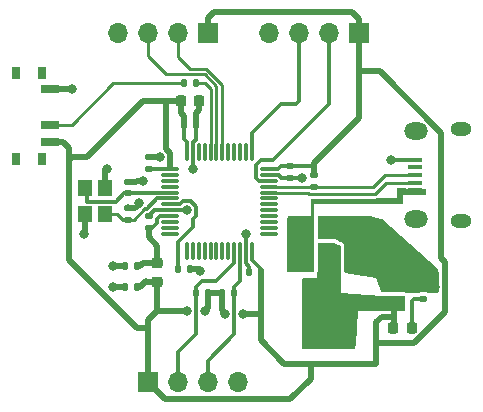
<source format=gbr>
%TF.GenerationSoftware,KiCad,Pcbnew,8.0.3*%
%TF.CreationDate,2024-06-13T12:42:30-05:00*%
%TF.ProjectId,STM32BluePill,53544d33-3242-46c7-9565-50696c6c2e6b,rev?*%
%TF.SameCoordinates,Original*%
%TF.FileFunction,Copper,L1,Top*%
%TF.FilePolarity,Positive*%
%FSLAX46Y46*%
G04 Gerber Fmt 4.6, Leading zero omitted, Abs format (unit mm)*
G04 Created by KiCad (PCBNEW 8.0.3) date 2024-06-13 12:42:30*
%MOMM*%
%LPD*%
G01*
G04 APERTURE LIST*
G04 Aperture macros list*
%AMRoundRect*
0 Rectangle with rounded corners*
0 $1 Rounding radius*
0 $2 $3 $4 $5 $6 $7 $8 $9 X,Y pos of 4 corners*
0 Add a 4 corners polygon primitive as box body*
4,1,4,$2,$3,$4,$5,$6,$7,$8,$9,$2,$3,0*
0 Add four circle primitives for the rounded corners*
1,1,$1+$1,$2,$3*
1,1,$1+$1,$4,$5*
1,1,$1+$1,$6,$7*
1,1,$1+$1,$8,$9*
0 Add four rect primitives between the rounded corners*
20,1,$1+$1,$2,$3,$4,$5,0*
20,1,$1+$1,$4,$5,$6,$7,0*
20,1,$1+$1,$6,$7,$8,$9,0*
20,1,$1+$1,$8,$9,$2,$3,0*%
G04 Aperture macros list end*
%TA.AperFunction,SMDPad,CuDef*%
%ADD10RoundRect,0.135000X-0.135000X-0.185000X0.135000X-0.185000X0.135000X0.185000X-0.135000X0.185000X0*%
%TD*%
%TA.AperFunction,SMDPad,CuDef*%
%ADD11RoundRect,0.135000X-0.185000X0.135000X-0.185000X-0.135000X0.185000X-0.135000X0.185000X0.135000X0*%
%TD*%
%TA.AperFunction,SMDPad,CuDef*%
%ADD12RoundRect,0.225000X-0.225000X-0.250000X0.225000X-0.250000X0.225000X0.250000X-0.225000X0.250000X0*%
%TD*%
%TA.AperFunction,SMDPad,CuDef*%
%ADD13RoundRect,0.250000X-0.250000X-0.475000X0.250000X-0.475000X0.250000X0.475000X-0.250000X0.475000X0*%
%TD*%
%TA.AperFunction,ComponentPad*%
%ADD14R,1.700000X1.700000*%
%TD*%
%TA.AperFunction,ComponentPad*%
%ADD15O,1.700000X1.700000*%
%TD*%
%TA.AperFunction,SMDPad,CuDef*%
%ADD16RoundRect,0.140000X0.140000X0.170000X-0.140000X0.170000X-0.140000X-0.170000X0.140000X-0.170000X0*%
%TD*%
%TA.AperFunction,SMDPad,CuDef*%
%ADD17RoundRect,0.140000X-0.140000X-0.170000X0.140000X-0.170000X0.140000X0.170000X-0.140000X0.170000X0*%
%TD*%
%TA.AperFunction,SMDPad,CuDef*%
%ADD18RoundRect,0.140000X0.170000X-0.140000X0.170000X0.140000X-0.170000X0.140000X-0.170000X-0.140000X0*%
%TD*%
%TA.AperFunction,SMDPad,CuDef*%
%ADD19RoundRect,0.075000X-0.662500X-0.075000X0.662500X-0.075000X0.662500X0.075000X-0.662500X0.075000X0*%
%TD*%
%TA.AperFunction,SMDPad,CuDef*%
%ADD20RoundRect,0.075000X-0.075000X-0.662500X0.075000X-0.662500X0.075000X0.662500X-0.075000X0.662500X0*%
%TD*%
%TA.AperFunction,SMDPad,CuDef*%
%ADD21RoundRect,0.135000X0.185000X-0.135000X0.185000X0.135000X-0.185000X0.135000X-0.185000X-0.135000X0*%
%TD*%
%TA.AperFunction,SMDPad,CuDef*%
%ADD22RoundRect,0.218750X0.218750X0.256250X-0.218750X0.256250X-0.218750X-0.256250X0.218750X-0.256250X0*%
%TD*%
%TA.AperFunction,SMDPad,CuDef*%
%ADD23RoundRect,0.140000X-0.170000X0.140000X-0.170000X-0.140000X0.170000X-0.140000X0.170000X0.140000X0*%
%TD*%
%TA.AperFunction,SMDPad,CuDef*%
%ADD24R,1.300000X0.450000*%
%TD*%
%TA.AperFunction,ComponentPad*%
%ADD25O,1.800000X1.150000*%
%TD*%
%TA.AperFunction,ComponentPad*%
%ADD26O,2.000000X1.450000*%
%TD*%
%TA.AperFunction,SMDPad,CuDef*%
%ADD27RoundRect,0.250000X0.475000X-0.250000X0.475000X0.250000X-0.475000X0.250000X-0.475000X-0.250000X0*%
%TD*%
%TA.AperFunction,SMDPad,CuDef*%
%ADD28R,1.200000X1.400000*%
%TD*%
%TA.AperFunction,SMDPad,CuDef*%
%ADD29RoundRect,0.218750X-0.256250X0.218750X-0.256250X-0.218750X0.256250X-0.218750X0.256250X0.218750X0*%
%TD*%
%TA.AperFunction,SMDPad,CuDef*%
%ADD30RoundRect,0.135000X0.135000X0.185000X-0.135000X0.185000X-0.135000X-0.185000X0.135000X-0.185000X0*%
%TD*%
%TA.AperFunction,SMDPad,CuDef*%
%ADD31R,0.800000X1.000000*%
%TD*%
%TA.AperFunction,SMDPad,CuDef*%
%ADD32R,1.500000X0.700000*%
%TD*%
%TA.AperFunction,SMDPad,CuDef*%
%ADD33RoundRect,0.375000X-0.375000X0.625000X-0.375000X-0.625000X0.375000X-0.625000X0.375000X0.625000X0*%
%TD*%
%TA.AperFunction,SMDPad,CuDef*%
%ADD34RoundRect,0.500000X-1.400000X0.500000X-1.400000X-0.500000X1.400000X-0.500000X1.400000X0.500000X0*%
%TD*%
%TA.AperFunction,ViaPad*%
%ADD35C,0.800000*%
%TD*%
%TA.AperFunction,Conductor*%
%ADD36C,0.500000*%
%TD*%
%TA.AperFunction,Conductor*%
%ADD37C,0.300000*%
%TD*%
%TA.AperFunction,Conductor*%
%ADD38C,0.250000*%
%TD*%
G04 APERTURE END LIST*
D10*
%TO.P,R2,1*%
%TO.N,+3.3V*%
X75490000Y-65250000D03*
%TO.P,R2,2*%
%TO.N,/I2C2_SDA*%
X76510000Y-65250000D03*
%TD*%
D11*
%TO.P,R5,1*%
%TO.N,+3.3V*%
X83250000Y-55240000D03*
%TO.P,R5,2*%
%TO.N,/USB_DP*%
X83250000Y-56260000D03*
%TD*%
D12*
%TO.P,C5,1*%
%TO.N,+3.3V*%
X71975000Y-49000000D03*
%TO.P,C5,2*%
%TO.N,GND*%
X73525000Y-49000000D03*
%TD*%
D13*
%TO.P,C1,1*%
%TO.N,VBUS*%
X82300000Y-59750000D03*
%TO.P,C1,2*%
%TO.N,GND*%
X84200000Y-59750000D03*
%TD*%
D14*
%TO.P,J3,1,Pin_1*%
%TO.N,+3.3V*%
X87050000Y-43250000D03*
D15*
%TO.P,J3,2,Pin_2*%
%TO.N,/SWDIO*%
X84510000Y-43250000D03*
%TO.P,J3,3,Pin_3*%
%TO.N,/SWCLK*%
X81970000Y-43250000D03*
%TO.P,J3,4,Pin_4*%
%TO.N,GND*%
X79430000Y-43250000D03*
%TD*%
D16*
%TO.P,C8,1*%
%TO.N,+3.3V*%
X78730000Y-63500000D03*
%TO.P,C8,2*%
%TO.N,GND*%
X77770000Y-63500000D03*
%TD*%
D17*
%TO.P,C10,1*%
%TO.N,+3.3V*%
X72270000Y-51000000D03*
%TO.P,C10,2*%
%TO.N,GND*%
X73230000Y-51000000D03*
%TD*%
D18*
%TO.P,C4,1*%
%TO.N,/HSE_IN*%
X67500000Y-56810000D03*
%TO.P,C4,2*%
%TO.N,GND*%
X67500000Y-55850000D03*
%TD*%
D14*
%TO.P,J1,1,Pin_1*%
%TO.N,+3.3V*%
X69170000Y-72750000D03*
D15*
%TO.P,J1,2,Pin_2*%
%TO.N,/I2C2_SCL*%
X71710000Y-72750000D03*
%TO.P,J1,3,Pin_3*%
%TO.N,/I2C2_SDA*%
X74250000Y-72750000D03*
%TO.P,J1,4,Pin_4*%
%TO.N,GND*%
X76790000Y-72750000D03*
%TD*%
D19*
%TO.P,U2,1,VBAT*%
%TO.N,+3.3V*%
X71087500Y-54750000D03*
%TO.P,U2,2,PC13*%
%TO.N,unconnected-(U2-PC13-Pad2)*%
X71087500Y-55250000D03*
%TO.P,U2,3,PC14*%
%TO.N,unconnected-(U2-PC14-Pad3)*%
X71087500Y-55750000D03*
%TO.P,U2,4,PC15*%
%TO.N,unconnected-(U2-PC15-Pad4)*%
X71087500Y-56250000D03*
%TO.P,U2,5,PD0*%
%TO.N,/HSE_IN*%
X71087500Y-56750000D03*
%TO.P,U2,6,PD1*%
%TO.N,/HSE_OUT*%
X71087500Y-57250000D03*
%TO.P,U2,7,NRST*%
%TO.N,/NRST*%
X71087500Y-57750000D03*
%TO.P,U2,8,VSSA*%
%TO.N,GND*%
X71087500Y-58250000D03*
%TO.P,U2,9,VDDA*%
%TO.N,+3.3VA*%
X71087500Y-58750000D03*
%TO.P,U2,10,PA0*%
%TO.N,unconnected-(U2-PA0-Pad10)*%
X71087500Y-59250000D03*
%TO.P,U2,11,PA1*%
%TO.N,unconnected-(U2-PA1-Pad11)*%
X71087500Y-59750000D03*
%TO.P,U2,12,PA2*%
%TO.N,unconnected-(U2-PA2-Pad12)*%
X71087500Y-60250000D03*
D20*
%TO.P,U2,13,PA3*%
%TO.N,unconnected-(U2-PA3-Pad13)*%
X72500000Y-61662500D03*
%TO.P,U2,14,PA4*%
%TO.N,unconnected-(U2-PA4-Pad14)*%
X73000000Y-61662500D03*
%TO.P,U2,15,PA5*%
%TO.N,unconnected-(U2-PA5-Pad15)*%
X73500000Y-61662500D03*
%TO.P,U2,16,PA6*%
%TO.N,unconnected-(U2-PA6-Pad16)*%
X74000000Y-61662500D03*
%TO.P,U2,17,PA7*%
%TO.N,unconnected-(U2-PA7-Pad17)*%
X74500000Y-61662500D03*
%TO.P,U2,18,PB0*%
%TO.N,unconnected-(U2-PB0-Pad18)*%
X75000000Y-61662500D03*
%TO.P,U2,19,PB1*%
%TO.N,unconnected-(U2-PB1-Pad19)*%
X75500000Y-61662500D03*
%TO.P,U2,20,PB2*%
%TO.N,unconnected-(U2-PB2-Pad20)*%
X76000000Y-61662500D03*
%TO.P,U2,21,PB10*%
%TO.N,/I2C2_SCL*%
X76500000Y-61662500D03*
%TO.P,U2,22,PB11*%
%TO.N,/I2C2_SDA*%
X77000000Y-61662500D03*
%TO.P,U2,23,VSS*%
%TO.N,GND*%
X77500000Y-61662500D03*
%TO.P,U2,24,VDD*%
%TO.N,+3.3V*%
X78000000Y-61662500D03*
D19*
%TO.P,U2,25,PB12*%
%TO.N,unconnected-(U2-PB12-Pad25)*%
X79412500Y-60250000D03*
%TO.P,U2,26,PB13*%
%TO.N,unconnected-(U2-PB13-Pad26)*%
X79412500Y-59750000D03*
%TO.P,U2,27,PB14*%
%TO.N,unconnected-(U2-PB14-Pad27)*%
X79412500Y-59250000D03*
%TO.P,U2,28,PB15*%
%TO.N,unconnected-(U2-PB15-Pad28)*%
X79412500Y-58750000D03*
%TO.P,U2,29,PA8*%
%TO.N,unconnected-(U2-PA8-Pad29)*%
X79412500Y-58250000D03*
%TO.P,U2,30,PA9*%
%TO.N,unconnected-(U2-PA9-Pad30)*%
X79412500Y-57750000D03*
%TO.P,U2,31,PA10*%
%TO.N,unconnected-(U2-PA10-Pad31)*%
X79412500Y-57250000D03*
%TO.P,U2,32,PA11*%
%TO.N,/USB_DM*%
X79412500Y-56750000D03*
%TO.P,U2,33,PA12*%
%TO.N,/USB_DP*%
X79412500Y-56250000D03*
%TO.P,U2,34,PA13*%
%TO.N,/SWDIO*%
X79412500Y-55750000D03*
%TO.P,U2,35,VSS*%
%TO.N,GND*%
X79412500Y-55250000D03*
%TO.P,U2,36,VDD*%
%TO.N,+3.3V*%
X79412500Y-54750000D03*
D20*
%TO.P,U2,37,PA14*%
%TO.N,/SWCLK*%
X78000000Y-53337500D03*
%TO.P,U2,38,PA15*%
%TO.N,unconnected-(U2-PA15-Pad38)*%
X77500000Y-53337500D03*
%TO.P,U2,39,PB3*%
%TO.N,unconnected-(U2-PB3-Pad39)*%
X77000000Y-53337500D03*
%TO.P,U2,40,PB4*%
%TO.N,unconnected-(U2-PB4-Pad40)*%
X76500000Y-53337500D03*
%TO.P,U2,41,PB5*%
%TO.N,unconnected-(U2-PB5-Pad41)*%
X76000000Y-53337500D03*
%TO.P,U2,42,PB6*%
%TO.N,/USART1_TX*%
X75500000Y-53337500D03*
%TO.P,U2,43,PB7*%
%TO.N,/USART1_RX*%
X75000000Y-53337500D03*
%TO.P,U2,44,BOOT0*%
%TO.N,/BOOT0*%
X74500000Y-53337500D03*
%TO.P,U2,45,PB8*%
%TO.N,unconnected-(U2-PB8-Pad45)*%
X74000000Y-53337500D03*
%TO.P,U2,46,PB9*%
%TO.N,unconnected-(U2-PB9-Pad46)*%
X73500000Y-53337500D03*
%TO.P,U2,47,VSS*%
%TO.N,GND*%
X73000000Y-53337500D03*
%TO.P,U2,48,VDD*%
%TO.N,+3.3V*%
X72500000Y-53337500D03*
%TD*%
D21*
%TO.P,R1,1*%
%TO.N,/PWR_LED_K*%
X92500000Y-65770000D03*
%TO.P,R1,2*%
%TO.N,GND*%
X92500000Y-64750000D03*
%TD*%
D22*
%TO.P,D1,1,K*%
%TO.N,/PWR_LED_K*%
X91537500Y-68250000D03*
%TO.P,D1,2,A*%
%TO.N,+3.3V*%
X89962500Y-68250000D03*
%TD*%
D14*
%TO.P,J2,1,Pin_1*%
%TO.N,+3.3V*%
X74290000Y-43250000D03*
D15*
%TO.P,J2,2,Pin_2*%
%TO.N,/USART1_TX*%
X71750000Y-43250000D03*
%TO.P,J2,3,Pin_3*%
%TO.N,/USART1_RX*%
X69210000Y-43250000D03*
%TO.P,J2,4,Pin_4*%
%TO.N,GND*%
X66670000Y-43250000D03*
%TD*%
D23*
%TO.P,C7,1*%
%TO.N,+3.3V*%
X81250000Y-54520000D03*
%TO.P,C7,2*%
%TO.N,GND*%
X81250000Y-55480000D03*
%TD*%
D18*
%TO.P,C9,1*%
%TO.N,+3.3V*%
X69250000Y-54730000D03*
%TO.P,C9,2*%
%TO.N,GND*%
X69250000Y-53770000D03*
%TD*%
D17*
%TO.P,C3,1*%
%TO.N,/NRST*%
X71770000Y-63250000D03*
%TO.P,C3,2*%
%TO.N,GND*%
X72730000Y-63250000D03*
%TD*%
D24*
%TO.P,J4,1,VBUS*%
%TO.N,VBUS*%
X91845000Y-56555000D03*
%TO.P,J4,2,D-*%
%TO.N,/USB_DM*%
X91845000Y-55905000D03*
%TO.P,J4,3,D+*%
%TO.N,/USB_DP*%
X91845000Y-55255000D03*
%TO.P,J4,4,ID*%
%TO.N,unconnected-(J4-ID-Pad4)*%
X91845000Y-54605000D03*
%TO.P,J4,5,GND*%
%TO.N,GND*%
X91845000Y-53955000D03*
D25*
%TO.P,J4,6,Shield*%
%TO.N,unconnected-(J4-Shield-Pad6)_1*%
X95695000Y-59130000D03*
D26*
%TO.N,unconnected-(J4-Shield-Pad6)*%
X91895000Y-58980000D03*
%TO.N,unconnected-(J4-Shield-Pad6)_0*%
X91895000Y-51530000D03*
D25*
%TO.N,unconnected-(J4-Shield-Pad6)_2*%
X95695000Y-51380000D03*
%TD*%
D27*
%TO.P,C2,1*%
%TO.N,+3.3V*%
X90000000Y-66000000D03*
%TO.P,C2,2*%
%TO.N,GND*%
X90000000Y-64100000D03*
%TD*%
D28*
%TO.P,Y1,1,1*%
%TO.N,/HSE_IN*%
X63900000Y-56400000D03*
%TO.P,Y1,2,2*%
%TO.N,GND*%
X63900000Y-58600000D03*
%TO.P,Y1,3,3*%
%TO.N,/HSE_OUT*%
X65600000Y-58600000D03*
%TO.P,Y1,4,4*%
%TO.N,GND*%
X65600000Y-56400000D03*
%TD*%
D29*
%TO.P,FB1,1*%
%TO.N,+3.3VA*%
X70000000Y-62712500D03*
%TO.P,FB1,2*%
%TO.N,+3.3V*%
X70000000Y-64287500D03*
%TD*%
D18*
%TO.P,C6,1*%
%TO.N,/HSE_OUT*%
X67500000Y-59060000D03*
%TO.P,C6,2*%
%TO.N,GND*%
X67500000Y-58100000D03*
%TD*%
D16*
%TO.P,C12,1*%
%TO.N,+3.3VA*%
X68230000Y-63000000D03*
%TO.P,C12,2*%
%TO.N,GND*%
X67270000Y-63000000D03*
%TD*%
D18*
%TO.P,C11,1*%
%TO.N,+3.3VA*%
X69250000Y-59730000D03*
%TO.P,C11,2*%
%TO.N,GND*%
X69250000Y-58770000D03*
%TD*%
D30*
%TO.P,R3,1*%
%TO.N,+3.3V*%
X74260000Y-65250000D03*
%TO.P,R3,2*%
%TO.N,/I2C2_SCL*%
X73240000Y-65250000D03*
%TD*%
D31*
%TO.P,SW1,*%
%TO.N,*%
X60255000Y-46600000D03*
X58045000Y-46600000D03*
X60255000Y-53900000D03*
X58045000Y-53900000D03*
D32*
%TO.P,SW1,1,A*%
%TO.N,GND*%
X60905000Y-48000000D03*
%TO.P,SW1,2,B*%
%TO.N,/SW_BOOT0*%
X60905000Y-51000000D03*
%TO.P,SW1,3,C*%
%TO.N,+3.3V*%
X60905000Y-52500000D03*
%TD*%
D10*
%TO.P,R4,1*%
%TO.N,/SW_BOOT0*%
X72240000Y-47500000D03*
%TO.P,R4,2*%
%TO.N,/BOOT0*%
X73260000Y-47500000D03*
%TD*%
D16*
%TO.P,C13,1*%
%TO.N,+3.3V*%
X68230000Y-64750000D03*
%TO.P,C13,2*%
%TO.N,GND*%
X67270000Y-64750000D03*
%TD*%
D33*
%TO.P,U1,1,GND*%
%TO.N,GND*%
X86800000Y-62350000D03*
%TO.P,U1,2,VO*%
%TO.N,+3.3V*%
X84500000Y-62350000D03*
D34*
X84500000Y-68650000D03*
D33*
%TO.P,U1,3,VI*%
%TO.N,VBUS*%
X82200000Y-62350000D03*
%TD*%
D35*
%TO.N,GND*%
X68750000Y-55750000D03*
X63750000Y-60250000D03*
X66250000Y-64750000D03*
X73625000Y-63375000D03*
X77500000Y-60250000D03*
X89750000Y-54000000D03*
X66250000Y-63000000D03*
X68418908Y-57608430D03*
X93500000Y-64750000D03*
X73000000Y-54750000D03*
X85500000Y-60500000D03*
X88750000Y-61750000D03*
X70250000Y-53750000D03*
X91500000Y-64000000D03*
X82250000Y-55500000D03*
X85500000Y-59500000D03*
X88750000Y-62750000D03*
X65750000Y-54750000D03*
X62750000Y-48000000D03*
X72500000Y-58250000D03*
%TO.N,+3.3V*%
X75760000Y-67000000D03*
X74000000Y-66750000D03*
X72490000Y-66750000D03*
X77260000Y-67000000D03*
%TD*%
D36*
%TO.N,+3.3V*%
X68250000Y-68250000D02*
X69170000Y-68250000D01*
X62500000Y-62500000D02*
X68250000Y-68250000D01*
X62500000Y-54000000D02*
X62500000Y-62500000D01*
X88801701Y-46500000D02*
X87050000Y-46500000D01*
X94000000Y-51698299D02*
X88801701Y-46500000D01*
X94350000Y-62654569D02*
X94000000Y-62304569D01*
X94000000Y-62304569D02*
X94000000Y-51698299D01*
X91714318Y-69500000D02*
X94350000Y-66864318D01*
X88500000Y-69500000D02*
X91714318Y-69500000D01*
X94350000Y-66864318D02*
X94350000Y-62654569D01*
X87050000Y-46500000D02*
X87050000Y-50450000D01*
X87050000Y-43250000D02*
X87050000Y-46500000D01*
X88500000Y-69500000D02*
X88500000Y-71250000D01*
X88500000Y-67750000D02*
X88500000Y-69500000D01*
X71100000Y-54637500D02*
X71087500Y-54650000D01*
X71100000Y-53397918D02*
X71100000Y-54637500D01*
X70750000Y-49000000D02*
X70750000Y-53047918D01*
X70750000Y-53047918D02*
X71100000Y-53397918D01*
X71975000Y-49000000D02*
X70750000Y-49000000D01*
X70000000Y-66750000D02*
X72490000Y-66750000D01*
%TO.N,GND*%
X73500000Y-63250000D02*
X72730000Y-63250000D01*
X73625000Y-63375000D02*
X73651472Y-63401472D01*
X73651472Y-63401472D02*
X73651472Y-63500000D01*
X73625000Y-63375000D02*
X73500000Y-63250000D01*
D37*
%TO.N,/NRST*%
X71770000Y-60908120D02*
X71770000Y-63250000D01*
X73250000Y-58750000D02*
X73000000Y-59000000D01*
X73250000Y-57939339D02*
X73250000Y-58750000D01*
X73000000Y-59000000D02*
X73000000Y-59678120D01*
X72189339Y-57500000D02*
X72810661Y-57500000D01*
X73000000Y-59678120D02*
X71770000Y-60908120D01*
X71939339Y-57750000D02*
X72189339Y-57500000D01*
X71087500Y-57750000D02*
X71939339Y-57750000D01*
X72810661Y-57500000D02*
X73250000Y-57939339D01*
D36*
%TO.N,+3.3V*%
X87050000Y-42050000D02*
X87050000Y-43250000D01*
X86500000Y-41500000D02*
X87050000Y-42050000D01*
X74290000Y-41960000D02*
X74750000Y-41500000D01*
X74290000Y-43250000D02*
X74290000Y-41960000D01*
X74750000Y-41500000D02*
X86500000Y-41500000D01*
X70750000Y-49000000D02*
X68750000Y-49000000D01*
X62750000Y-53750000D02*
X62500000Y-54000000D01*
X64000000Y-53750000D02*
X62750000Y-53750000D01*
X68750000Y-49000000D02*
X64000000Y-53750000D01*
%TO.N,GND*%
X73230000Y-50020000D02*
X73230000Y-50770000D01*
X73525000Y-49000000D02*
X73525000Y-49725000D01*
X73525000Y-49725000D02*
X73230000Y-50020000D01*
%TO.N,+3.3V*%
X72270000Y-50270000D02*
X72270000Y-50770000D01*
X71975000Y-49975000D02*
X72270000Y-50270000D01*
X71975000Y-49000000D02*
X71975000Y-49975000D01*
X89000000Y-67250000D02*
X88500000Y-67750000D01*
X90000000Y-67250000D02*
X89000000Y-67250000D01*
X88500000Y-71250000D02*
X83000000Y-71250000D01*
X90000000Y-67000000D02*
X90000000Y-68212500D01*
X90000000Y-66000000D02*
X90000000Y-67000000D01*
X83000000Y-72500000D02*
X83000000Y-71250000D01*
X81250000Y-74250000D02*
X83000000Y-72500000D01*
X69170000Y-72750000D02*
X70670000Y-74250000D01*
X70670000Y-74250000D02*
X81250000Y-74250000D01*
X80750000Y-71250000D02*
X83000000Y-71250000D01*
X77260000Y-67000000D02*
X78750000Y-67000000D01*
X78750000Y-69250000D02*
X80750000Y-71250000D01*
X78750000Y-67000000D02*
X78750000Y-69250000D01*
X90000000Y-68212500D02*
X89962500Y-68250000D01*
D37*
%TO.N,/PWR_LED_K*%
X91770000Y-65770000D02*
X92500000Y-65770000D01*
X91750000Y-65750000D02*
X91770000Y-65770000D01*
X91537500Y-65962500D02*
X91750000Y-65750000D01*
X91537500Y-68250000D02*
X91537500Y-65962500D01*
%TO.N,GND*%
X71087500Y-58250000D02*
X72500000Y-58250000D01*
D36*
X93500000Y-64750000D02*
X93460000Y-64790000D01*
D37*
X69250000Y-58770000D02*
X69250000Y-58703986D01*
X80483120Y-55480000D02*
X81250000Y-55480000D01*
X69250000Y-58703986D02*
X69703986Y-58250000D01*
X81250000Y-55480000D02*
X82230000Y-55480000D01*
X73000000Y-53337500D02*
X73000000Y-54250000D01*
D36*
X67270000Y-64750000D02*
X66250000Y-64750000D01*
X69250000Y-53750000D02*
X70250000Y-53750000D01*
X68418908Y-57816429D02*
X68135337Y-58100000D01*
D37*
X73230000Y-51000000D02*
X73230000Y-50770000D01*
D36*
X68135337Y-58100000D02*
X67500000Y-58100000D01*
X67270000Y-63000000D02*
X66250000Y-63000000D01*
D37*
X89795000Y-53955000D02*
X91845000Y-53955000D01*
X73000000Y-54250000D02*
X73000000Y-54750000D01*
D36*
X68150000Y-55850000D02*
X68250000Y-55750000D01*
X92500000Y-64790000D02*
X92500000Y-64750000D01*
D37*
X77500000Y-61662500D02*
X77500000Y-62750000D01*
X73000000Y-52496880D02*
X73230000Y-52266880D01*
X73000000Y-53337500D02*
X73000000Y-52496880D01*
D36*
X63900000Y-60100000D02*
X63750000Y-60250000D01*
X62750000Y-48000000D02*
X60905000Y-48000000D01*
D37*
X79412500Y-55250000D02*
X80253120Y-55250000D01*
D36*
X66670000Y-43250000D02*
X66500000Y-43250000D01*
X93460000Y-64790000D02*
X92500000Y-64790000D01*
X69250000Y-58770000D02*
X69250000Y-58750000D01*
X65600000Y-56400000D02*
X65600000Y-54900000D01*
D37*
X77770000Y-63020000D02*
X77770000Y-63500000D01*
D36*
X67500000Y-55850000D02*
X68150000Y-55850000D01*
X67500000Y-58100000D02*
X67500000Y-58000000D01*
D37*
X69703986Y-58250000D02*
X71087500Y-58250000D01*
X77500000Y-60250000D02*
X77500000Y-61662500D01*
D36*
X79430000Y-43250000D02*
X79000000Y-43250000D01*
X67270000Y-63000000D02*
X67250000Y-63000000D01*
D37*
X89750000Y-54000000D02*
X89795000Y-53955000D01*
D36*
X65600000Y-56400000D02*
X65600000Y-56350000D01*
X68418908Y-57608430D02*
X68418908Y-57816429D01*
X65600000Y-54900000D02*
X65750000Y-54750000D01*
D37*
X77500000Y-62750000D02*
X77770000Y-63020000D01*
D36*
X69250000Y-53770000D02*
X69250000Y-53750000D01*
D37*
X80253120Y-55250000D02*
X80483120Y-55480000D01*
D36*
X65600000Y-56350000D02*
X65500000Y-56250000D01*
X68250000Y-55750000D02*
X68750000Y-55750000D01*
D37*
X82230000Y-55480000D02*
X82250000Y-55500000D01*
D36*
X63900000Y-58600000D02*
X63900000Y-60100000D01*
D37*
X73230000Y-52266880D02*
X73230000Y-51000000D01*
D36*
%TO.N,+3.3V*%
X69170000Y-72750000D02*
X69170000Y-67580000D01*
X69037500Y-64287500D02*
X70000000Y-64287500D01*
X70000000Y-66750000D02*
X70000000Y-65750000D01*
D37*
X78000000Y-62500000D02*
X78730000Y-63230000D01*
D36*
X87050000Y-50450000D02*
X83250000Y-54250000D01*
X78730000Y-63500000D02*
X78730000Y-63809999D01*
D37*
X80250000Y-54750000D02*
X80500000Y-54500000D01*
D36*
X70000000Y-65750000D02*
X70000000Y-64287500D01*
X69000000Y-64250000D02*
X69037500Y-64287500D01*
X74260000Y-65250000D02*
X74260000Y-66490000D01*
D37*
X72270000Y-51000000D02*
X72270000Y-50770000D01*
X80500000Y-54500000D02*
X80520000Y-54520000D01*
D36*
X78750000Y-63829999D02*
X78750000Y-67000000D01*
X68230000Y-64750000D02*
X68500000Y-64750000D01*
D37*
X78000000Y-61662500D02*
X78000000Y-62500000D01*
D36*
X62500000Y-53000000D02*
X62500000Y-54000000D01*
D37*
X82980000Y-54520000D02*
X83250000Y-54250000D01*
D36*
X75490000Y-66730000D02*
X75760000Y-67000000D01*
X69170000Y-67580000D02*
X70000000Y-66750000D01*
D37*
X72500000Y-53337500D02*
X72500000Y-52500000D01*
X81250000Y-54520000D02*
X82980000Y-54520000D01*
X78730000Y-63230000D02*
X78730000Y-63500000D01*
X72270000Y-52230000D02*
X72270000Y-51000000D01*
X79412500Y-54750000D02*
X80250000Y-54750000D01*
X69250000Y-54730000D02*
X69250000Y-54750000D01*
D36*
X60905000Y-52500000D02*
X62000000Y-52500000D01*
X78730000Y-63809999D02*
X78750000Y-63829999D01*
X75490000Y-65250000D02*
X75490000Y-66730000D01*
D37*
X72250000Y-52250000D02*
X72270000Y-52230000D01*
D36*
X74260000Y-66490000D02*
X74000000Y-66750000D01*
X68500000Y-64750000D02*
X69000000Y-64250000D01*
D37*
X69250000Y-54750000D02*
X71087500Y-54750000D01*
D36*
X74260000Y-65250000D02*
X75490000Y-65250000D01*
D37*
X80520000Y-54520000D02*
X81250000Y-54520000D01*
X72500000Y-52500000D02*
X72250000Y-52250000D01*
D36*
X62000000Y-52500000D02*
X62500000Y-53000000D01*
X83250000Y-54250000D02*
X83250000Y-55240000D01*
D37*
%TO.N,/HSE_IN*%
X68000000Y-56750000D02*
X71087500Y-56750000D01*
X63900000Y-56400000D02*
X63900000Y-56350000D01*
X66450000Y-57550000D02*
X67190000Y-56810000D01*
X64050000Y-57550000D02*
X66450000Y-57550000D01*
X64000000Y-56500000D02*
X64000000Y-57500000D01*
X67190000Y-56810000D02*
X67500000Y-56810000D01*
X67500000Y-56810000D02*
X67940000Y-56810000D01*
X63900000Y-56350000D02*
X64000000Y-56250000D01*
X63900000Y-56400000D02*
X64000000Y-56500000D01*
X67940000Y-56810000D02*
X68000000Y-56750000D01*
X64000000Y-57500000D02*
X64050000Y-57550000D01*
%TO.N,/HSE_OUT*%
X69106880Y-58140000D02*
X68947999Y-58140000D01*
X69996880Y-57250000D02*
X69106880Y-58140000D01*
D38*
X67500000Y-59060000D02*
X67988510Y-59060000D01*
X67988510Y-59060000D02*
X68883510Y-58165000D01*
X66600000Y-58600000D02*
X67060000Y-59060000D01*
X67060000Y-59060000D02*
X67500000Y-59060000D01*
X68883510Y-58165000D02*
X69000000Y-58165000D01*
D37*
X71087500Y-57250000D02*
X69996880Y-57250000D01*
D38*
X65600000Y-58600000D02*
X66600000Y-58600000D01*
D36*
%TO.N,+3.3VA*%
X69250000Y-59730000D02*
X69250000Y-60500000D01*
D37*
X70000000Y-59289999D02*
X70000000Y-58996880D01*
X70000000Y-58996880D02*
X70246880Y-58750000D01*
D36*
X69250000Y-62750000D02*
X69287500Y-62712500D01*
X68230000Y-63000000D02*
X68500000Y-63000000D01*
X68750000Y-62750000D02*
X69250000Y-62750000D01*
X69287500Y-62712500D02*
X70000000Y-62712500D01*
D37*
X70246880Y-58750000D02*
X71087500Y-58750000D01*
X69559999Y-59730000D02*
X70000000Y-59289999D01*
D36*
X69250000Y-60500000D02*
X70000000Y-61250000D01*
X70000000Y-61250000D02*
X70000000Y-62712500D01*
D37*
X69250000Y-59730000D02*
X69559999Y-59730000D01*
D36*
X68500000Y-63000000D02*
X68750000Y-62750000D01*
D37*
%TO.N,/I2C2_SDA*%
X74250000Y-72750000D02*
X74250000Y-71000000D01*
X76510000Y-68740000D02*
X76510000Y-65250000D01*
X76510000Y-65250000D02*
X76510000Y-64740000D01*
X77000000Y-64250000D02*
X77000000Y-61662500D01*
X76510000Y-64740000D02*
X77000000Y-64250000D01*
X74250000Y-71000000D02*
X76510000Y-68740000D01*
%TO.N,/I2C2_SCL*%
X76500000Y-61662500D02*
X76500000Y-62750000D01*
X71710000Y-72750000D02*
X71710000Y-70290000D01*
X73240000Y-68740000D02*
X73240000Y-65250000D01*
X73250000Y-68750000D02*
X73240000Y-68740000D01*
X75000000Y-64250000D02*
X73750000Y-64250000D01*
X71710000Y-70290000D02*
X73250000Y-68750000D01*
X73750000Y-64250000D02*
X73240000Y-64760000D01*
X73240000Y-64760000D02*
X73240000Y-65250000D01*
X76500000Y-62750000D02*
X75000000Y-64250000D01*
D38*
%TO.N,/USART1_RX*%
X70750000Y-46750000D02*
X74000000Y-46750000D01*
X69210000Y-45210000D02*
X70750000Y-46750000D01*
X69210000Y-43250000D02*
X69210000Y-45210000D01*
X75000000Y-47750000D02*
X75000000Y-53337500D01*
X74000000Y-46750000D02*
X75000000Y-47750000D01*
%TO.N,/USART1_TX*%
X75500000Y-47613604D02*
X75500000Y-53337500D01*
X71750000Y-45250000D02*
X72750000Y-46250000D01*
X72750000Y-46250000D02*
X74136396Y-46250000D01*
X74136396Y-46250000D02*
X75500000Y-47613604D01*
X71750000Y-43250000D02*
X71750000Y-45250000D01*
D37*
%TO.N,/SWDIO*%
X78571880Y-55750000D02*
X78325000Y-55503120D01*
X78325000Y-55503120D02*
X78325000Y-54425000D01*
X79412500Y-55750000D02*
X78571880Y-55750000D01*
X79750000Y-54000000D02*
X84510000Y-49240000D01*
X78750000Y-54000000D02*
X79750000Y-54000000D01*
X84510000Y-49240000D02*
X84510000Y-43250000D01*
X78325000Y-54425000D02*
X78750000Y-54000000D01*
%TO.N,/SWCLK*%
X81750000Y-49250000D02*
X80500000Y-49250000D01*
X81970000Y-43250000D02*
X81970000Y-49030000D01*
X81970000Y-49030000D02*
X81750000Y-49250000D01*
X80500000Y-49250000D02*
X78000000Y-51750000D01*
X78000000Y-51750000D02*
X78000000Y-53337500D01*
D38*
%TO.N,/USB_DP*%
X87240000Y-56260000D02*
X83250000Y-56260000D01*
X89250000Y-55250000D02*
X88250000Y-56250000D01*
X87250000Y-56250000D02*
X87240000Y-56260000D01*
X83240000Y-56250000D02*
X83250000Y-56260000D01*
X79412500Y-56250000D02*
X83240000Y-56250000D01*
X89255000Y-55255000D02*
X89250000Y-55250000D01*
X88250000Y-56250000D02*
X87250000Y-56250000D01*
X91845000Y-55255000D02*
X89255000Y-55255000D01*
%TO.N,/USB_DM*%
X88395000Y-56855000D02*
X89345000Y-55905000D01*
X82765720Y-56750000D02*
X82870720Y-56855000D01*
X89345000Y-55905000D02*
X91845000Y-55905000D01*
X79412500Y-56750000D02*
X82765720Y-56750000D01*
X82870720Y-56855000D02*
X88395000Y-56855000D01*
%TO.N,/BOOT0*%
X74000000Y-47500000D02*
X74500000Y-48000000D01*
X73260000Y-47500000D02*
X74000000Y-47500000D01*
X74500000Y-48000000D02*
X74500000Y-53337500D01*
%TO.N,/SW_BOOT0*%
X66250000Y-47500000D02*
X72240000Y-47500000D01*
X60905000Y-51000000D02*
X62750000Y-51000000D01*
X62750000Y-51000000D02*
X66250000Y-47500000D01*
%TD*%
%TA.AperFunction,Conductor*%
%TO.N,GND*%
G36*
X88014808Y-58753702D02*
G01*
X88970247Y-58992561D01*
X89022854Y-59020448D01*
X91396495Y-61144232D01*
X93715400Y-63219042D01*
X93752235Y-63278413D01*
X93755759Y-63296072D01*
X93798542Y-63638336D01*
X93799500Y-63653716D01*
X93799500Y-65126000D01*
X93779815Y-65193039D01*
X93727011Y-65238794D01*
X93675500Y-65250000D01*
X92924382Y-65250000D01*
X92883427Y-65243041D01*
X92766880Y-65202258D01*
X92737461Y-65199500D01*
X92262546Y-65199500D01*
X92233125Y-65202258D01*
X92233115Y-65202260D01*
X92116573Y-65243041D01*
X92075618Y-65250000D01*
X91104922Y-65250000D01*
X91048722Y-65236532D01*
X91029111Y-65226561D01*
X91029110Y-65226560D01*
X91029107Y-65226559D01*
X90962078Y-65206877D01*
X90962072Y-65206876D01*
X90876000Y-65194500D01*
X90875997Y-65194500D01*
X89061751Y-65194500D01*
X88994712Y-65174815D01*
X88948957Y-65122011D01*
X88946632Y-65116580D01*
X88500000Y-64000000D01*
X85907318Y-63528602D01*
X85844881Y-63497242D01*
X85809310Y-63437105D01*
X85805500Y-63406602D01*
X85805500Y-61318630D01*
X85805500Y-61318612D01*
X85804169Y-61290127D01*
X85802013Y-61267105D01*
X85801733Y-61264256D01*
X85769893Y-61156595D01*
X85766895Y-61150727D01*
X85763577Y-61144232D01*
X85750000Y-61087816D01*
X85750000Y-61000000D01*
X85749999Y-60999999D01*
X85678675Y-60992074D01*
X85625106Y-60971593D01*
X85624726Y-60972246D01*
X85620733Y-60969921D01*
X85620353Y-60969776D01*
X85619772Y-60969362D01*
X85619771Y-60969361D01*
X85589580Y-60951783D01*
X85559389Y-60934204D01*
X85478783Y-60901591D01*
X85373520Y-60875647D01*
X85345569Y-60865046D01*
X85287300Y-60834464D01*
X85262699Y-60817483D01*
X85245802Y-60802513D01*
X85227617Y-60787612D01*
X85212434Y-60776117D01*
X85212430Y-60776115D01*
X85212429Y-60776114D01*
X85114105Y-60726562D01*
X85047067Y-60706877D01*
X85047065Y-60706876D01*
X85047063Y-60706876D01*
X84960991Y-60694500D01*
X83679500Y-60694500D01*
X83612461Y-60674815D01*
X83566706Y-60622011D01*
X83555500Y-60570500D01*
X83555500Y-58874000D01*
X83575185Y-58806961D01*
X83627989Y-58761206D01*
X83679500Y-58750000D01*
X87984734Y-58750000D01*
X88014808Y-58753702D01*
G37*
%TD.AperFunction*%
%TD*%
%TA.AperFunction,Conductor*%
%TO.N,+3.3V*%
G36*
X85028030Y-61019685D02*
G01*
X85043213Y-61031180D01*
X85072314Y-61056961D01*
X85099150Y-61080736D01*
X85249774Y-61159790D01*
X85288221Y-61169266D01*
X85405674Y-61198215D01*
X85466055Y-61233371D01*
X85497844Y-61295590D01*
X85500000Y-61318612D01*
X85500000Y-65250000D01*
X89000000Y-65500000D01*
X90876000Y-65500000D01*
X90943039Y-65519685D01*
X90988794Y-65572489D01*
X91000000Y-65624000D01*
X91000000Y-66626000D01*
X90980315Y-66693039D01*
X90927511Y-66738794D01*
X90876000Y-66750000D01*
X86999999Y-66750000D01*
X86776035Y-69661545D01*
X86759539Y-69876000D01*
X86758807Y-69885510D01*
X86734038Y-69950843D01*
X86677881Y-69992413D01*
X86635172Y-70000000D01*
X82374000Y-70000000D01*
X82306961Y-69980315D01*
X82261206Y-69927511D01*
X82250000Y-69876000D01*
X82250000Y-64124000D01*
X82269685Y-64056961D01*
X82322489Y-64011206D01*
X82374000Y-64000000D01*
X83500000Y-64000000D01*
X83500000Y-63604922D01*
X83513469Y-63548718D01*
X83523439Y-63529111D01*
X83543124Y-63462072D01*
X83555500Y-63376000D01*
X83555500Y-61124000D01*
X83575185Y-61056961D01*
X83627989Y-61011206D01*
X83679500Y-61000000D01*
X84960991Y-61000000D01*
X85028030Y-61019685D01*
G37*
%TD.AperFunction*%
%TD*%
%TA.AperFunction,Conductor*%
%TO.N,VBUS*%
G36*
X90986206Y-56350185D02*
G01*
X91006848Y-56366819D01*
X91022235Y-56382206D01*
X91125009Y-56427585D01*
X91150135Y-56430500D01*
X92539864Y-56430499D01*
X92539879Y-56430497D01*
X92539882Y-56430497D01*
X92564986Y-56427586D01*
X92564987Y-56427585D01*
X92564991Y-56427585D01*
X92575914Y-56422761D01*
X92645190Y-56413690D01*
X92708376Y-56443512D01*
X92745407Y-56502761D01*
X92750000Y-56536196D01*
X92750000Y-56876000D01*
X92730315Y-56943039D01*
X92677511Y-56988794D01*
X92626000Y-57000000D01*
X90750000Y-57000000D01*
X90750000Y-57626000D01*
X90730315Y-57693039D01*
X90677511Y-57738794D01*
X90626000Y-57750000D01*
X83250000Y-57750000D01*
X83250000Y-63376000D01*
X83230315Y-63443039D01*
X83177511Y-63488794D01*
X83126000Y-63500000D01*
X81124000Y-63500000D01*
X81056961Y-63480315D01*
X81011206Y-63427511D01*
X81000000Y-63376000D01*
X81000000Y-58874000D01*
X81019685Y-58806961D01*
X81072489Y-58761206D01*
X81124000Y-58750000D01*
X83000000Y-58750000D01*
X83000000Y-57404500D01*
X83019685Y-57337461D01*
X83072489Y-57291706D01*
X83124000Y-57280500D01*
X88451016Y-57280500D01*
X88451018Y-57280500D01*
X88549078Y-57254224D01*
X88581171Y-57250000D01*
X90250000Y-57250000D01*
X90250000Y-56454500D01*
X90269685Y-56387461D01*
X90322489Y-56341706D01*
X90374000Y-56330500D01*
X90919167Y-56330500D01*
X90986206Y-56350185D01*
G37*
%TD.AperFunction*%
%TD*%
M02*

</source>
